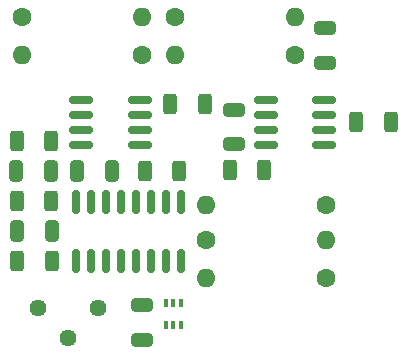
<source format=gbr>
%TF.GenerationSoftware,KiCad,Pcbnew,6.0.7-f9a2dced07~116~ubuntu20.04.1*%
%TF.CreationDate,2022-08-17T00:13:38+02:00*%
%TF.ProjectId,NVM-Amp,4e564d2d-416d-4702-9e6b-696361645f70,rev?*%
%TF.SameCoordinates,Original*%
%TF.FileFunction,Soldermask,Top*%
%TF.FilePolarity,Negative*%
%FSLAX46Y46*%
G04 Gerber Fmt 4.6, Leading zero omitted, Abs format (unit mm)*
G04 Created by KiCad (PCBNEW 6.0.7-f9a2dced07~116~ubuntu20.04.1) date 2022-08-17 00:13:38*
%MOMM*%
%LPD*%
G01*
G04 APERTURE LIST*
G04 Aperture macros list*
%AMRoundRect*
0 Rectangle with rounded corners*
0 $1 Rounding radius*
0 $2 $3 $4 $5 $6 $7 $8 $9 X,Y pos of 4 corners*
0 Add a 4 corners polygon primitive as box body*
4,1,4,$2,$3,$4,$5,$6,$7,$8,$9,$2,$3,0*
0 Add four circle primitives for the rounded corners*
1,1,$1+$1,$2,$3*
1,1,$1+$1,$4,$5*
1,1,$1+$1,$6,$7*
1,1,$1+$1,$8,$9*
0 Add four rect primitives between the rounded corners*
20,1,$1+$1,$2,$3,$4,$5,0*
20,1,$1+$1,$4,$5,$6,$7,0*
20,1,$1+$1,$6,$7,$8,$9,0*
20,1,$1+$1,$8,$9,$2,$3,0*%
G04 Aperture macros list end*
%ADD10C,1.600000*%
%ADD11O,1.600000X1.600000*%
%ADD12RoundRect,0.250000X-0.650000X0.325000X-0.650000X-0.325000X0.650000X-0.325000X0.650000X0.325000X0*%
%ADD13RoundRect,0.250000X-0.312500X-0.625000X0.312500X-0.625000X0.312500X0.625000X-0.312500X0.625000X0*%
%ADD14RoundRect,0.250000X0.312500X0.625000X-0.312500X0.625000X-0.312500X-0.625000X0.312500X-0.625000X0*%
%ADD15C,1.440000*%
%ADD16RoundRect,0.150000X-0.825000X-0.150000X0.825000X-0.150000X0.825000X0.150000X-0.825000X0.150000X0*%
%ADD17RoundRect,0.150000X-0.150000X0.825000X-0.150000X-0.825000X0.150000X-0.825000X0.150000X0.825000X0*%
%ADD18R,0.400000X0.650000*%
%ADD19RoundRect,0.250000X-0.325000X-0.650000X0.325000X-0.650000X0.325000X0.650000X-0.325000X0.650000X0*%
%ADD20RoundRect,0.250000X0.325000X0.650000X-0.325000X0.650000X-0.325000X-0.650000X0.325000X-0.650000X0*%
G04 APERTURE END LIST*
D10*
%TO.C,R14*%
X230080000Y-132575000D03*
D11*
X219920000Y-132575000D03*
%TD*%
D10*
%TO.C,R6*%
X214525000Y-119875000D03*
D11*
X204365000Y-119875000D03*
%TD*%
D12*
%TO.C,C8*%
X230000000Y-117600000D03*
X230000000Y-120550000D03*
%TD*%
D13*
%TO.C,R22*%
X214725000Y-129725000D03*
X217650000Y-129725000D03*
%TD*%
D14*
%TO.C,R4*%
X206812500Y-132250000D03*
X203887500Y-132250000D03*
%TD*%
D15*
%TO.C,R1*%
X205670000Y-141325000D03*
X208210000Y-143865000D03*
X210750000Y-141325000D03*
%TD*%
D10*
%TO.C,R25*%
X230080000Y-138750000D03*
D11*
X219920000Y-138750000D03*
%TD*%
D16*
%TO.C,U4*%
X224975000Y-123695000D03*
X224975000Y-124965000D03*
X224975000Y-126235000D03*
X224975000Y-127505000D03*
X229925000Y-127505000D03*
X229925000Y-126235000D03*
X229925000Y-124965000D03*
X229925000Y-123695000D03*
%TD*%
D17*
%TO.C,U2*%
X217795000Y-137325000D03*
X216525000Y-137325000D03*
X215255000Y-137325000D03*
X213985000Y-137325000D03*
X212715000Y-137325000D03*
X211445000Y-137325000D03*
X210175000Y-137325000D03*
X208905000Y-137325000D03*
X208905000Y-132375000D03*
X210175000Y-132375000D03*
X211445000Y-132375000D03*
X212715000Y-132375000D03*
X213985000Y-132375000D03*
X215255000Y-132375000D03*
X216525000Y-132375000D03*
X217795000Y-132375000D03*
%TD*%
D13*
%TO.C,R20*%
X221937500Y-129625000D03*
X224862500Y-129625000D03*
%TD*%
D18*
%TO.C,U1*%
X216500000Y-142800000D03*
X217150000Y-142800000D03*
X217800000Y-142800000D03*
X217800000Y-140900000D03*
X217150000Y-140900000D03*
X216500000Y-140900000D03*
%TD*%
D19*
%TO.C,C2*%
X203900000Y-134800000D03*
X206850000Y-134800000D03*
%TD*%
D13*
%TO.C,R11*%
X216887500Y-124025000D03*
X219812500Y-124025000D03*
%TD*%
D16*
%TO.C,Q2*%
X209375000Y-123695000D03*
X209375000Y-124965000D03*
X209375000Y-126235000D03*
X209375000Y-127505000D03*
X214325000Y-127505000D03*
X214325000Y-126235000D03*
X214325000Y-124965000D03*
X214325000Y-123695000D03*
%TD*%
D10*
%TO.C,R12*%
X204370000Y-116725000D03*
D11*
X214530000Y-116725000D03*
%TD*%
D13*
%TO.C,R2*%
X206850000Y-137375000D03*
X203925000Y-137375000D03*
%TD*%
D10*
%TO.C,R17*%
X227455000Y-119875000D03*
D11*
X217295000Y-119875000D03*
%TD*%
D10*
%TO.C,R26*%
X219920000Y-135600000D03*
D11*
X230080000Y-135600000D03*
%TD*%
D12*
%TO.C,C1*%
X214500000Y-141050000D03*
X214500000Y-144000000D03*
%TD*%
%TO.C,C10*%
X222250000Y-124525000D03*
X222250000Y-127475000D03*
%TD*%
D20*
%TO.C,C5*%
X211925000Y-129750000D03*
X208975000Y-129750000D03*
%TD*%
D13*
%TO.C,R10*%
X203887500Y-127175000D03*
X206812500Y-127175000D03*
%TD*%
D19*
%TO.C,C6*%
X203875000Y-129725000D03*
X206825000Y-129725000D03*
%TD*%
D10*
%TO.C,R18*%
X217295000Y-116725000D03*
D11*
X227455000Y-116725000D03*
%TD*%
D13*
%TO.C,R28*%
X235562500Y-125600000D03*
X232637500Y-125600000D03*
%TD*%
M02*

</source>
